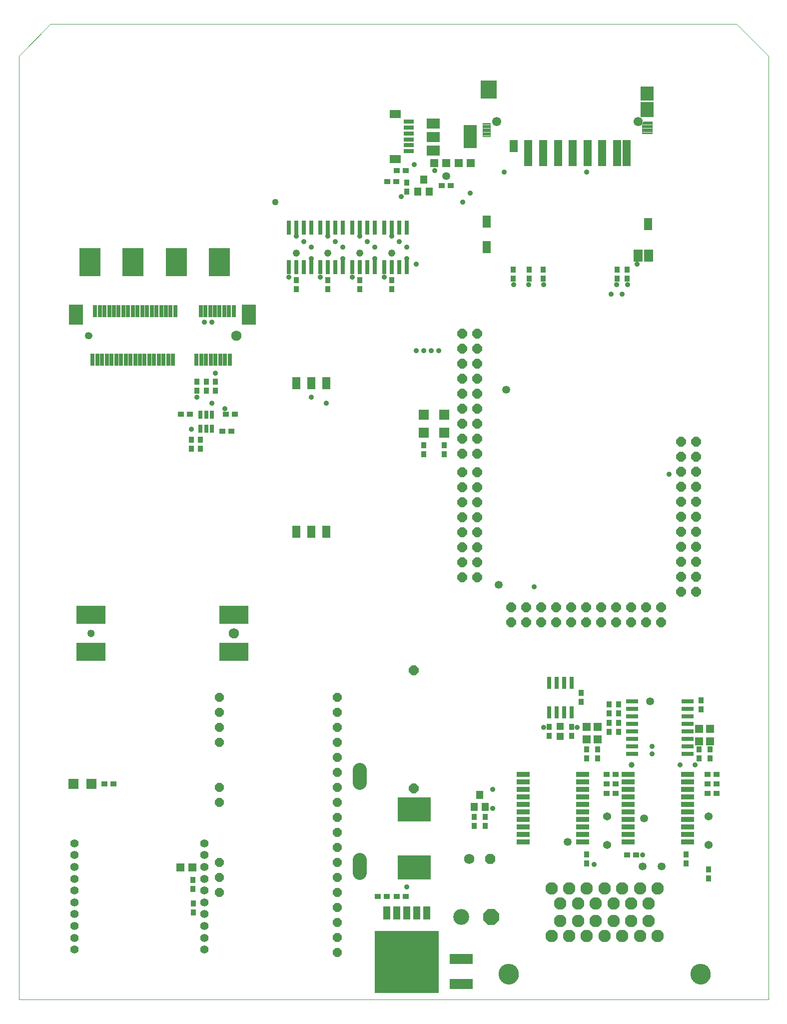
<source format=gts>
G75*
G70*
%OFA0B0*%
%FSLAX24Y24*%
%IPPOS*%
%LPD*%
%AMOC8*
5,1,8,0,0,1.08239X$1,22.5*
%
%ADD10C,0.0000*%
%ADD11C,0.0560*%
%ADD12R,0.0887X0.0926*%
%ADD13R,0.0887X0.1005*%
%ADD14R,0.1084X0.1202*%
%ADD15R,0.0572X0.0808*%
%ADD16R,0.0611X0.0828*%
%ADD17R,0.0532X0.1753*%
%ADD18R,0.0532X0.0847*%
%ADD19C,0.0611*%
%ADD20C,0.0040*%
%ADD21R,0.0375X0.0414*%
%ADD22OC8,0.0651*%
%ADD23R,0.0532X0.0572*%
%ADD24R,0.4312X0.4158*%
%ADD25R,0.0480X0.0910*%
%ADD26R,0.0414X0.0375*%
%ADD27R,0.2186X0.1635*%
%ADD28OC8,0.0690*%
%ADD29C,0.0690*%
%ADD30C,0.0945*%
%ADD31C,0.1060*%
%ADD32OC8,0.1060*%
%ADD33R,0.0966X0.1320*%
%ADD34R,0.0296X0.0847*%
%ADD35R,0.1950X0.1241*%
%ADD36C,0.0690*%
%ADD37C,0.0493*%
%ADD38R,0.0280X0.0580*%
%ADD39R,0.0454X0.0493*%
%ADD40R,0.0270X0.0840*%
%ADD41R,0.0840X0.0270*%
%ADD42C,0.0828*%
%ADD43C,0.1359*%
%ADD44R,0.0860X0.0320*%
%ADD45C,0.0540*%
%ADD46R,0.0532X0.0532*%
%ADD47R,0.0454X0.0560*%
%ADD48OC8,0.0591*%
%ADD49R,0.0651X0.0651*%
%ADD50R,0.1517X0.0651*%
%ADD51R,0.0300X0.0930*%
%ADD52R,0.0769X0.0532*%
%ADD53R,0.0670X0.0296*%
%ADD54R,0.0850X0.0650*%
%ADD55R,0.0850X0.1560*%
%ADD56R,0.1399X0.1910*%
%ADD57C,0.0350*%
%ADD58C,0.0532*%
%ADD59C,0.0476*%
%ADD60C,0.0397*%
%ADD61C,0.0436*%
D10*
X000100Y000160D02*
X050100Y000160D01*
X050100Y063035D01*
X047975Y065160D01*
X002225Y065160D01*
X000100Y063035D01*
X000100Y000160D01*
X004698Y024567D02*
X004700Y024596D01*
X004706Y024624D01*
X004715Y024652D01*
X004728Y024678D01*
X004745Y024701D01*
X004764Y024723D01*
X004786Y024742D01*
X004811Y024757D01*
X004837Y024770D01*
X004865Y024778D01*
X004893Y024783D01*
X004922Y024784D01*
X004951Y024781D01*
X004979Y024774D01*
X005006Y024764D01*
X005032Y024750D01*
X005055Y024733D01*
X005076Y024713D01*
X005094Y024690D01*
X005109Y024665D01*
X005120Y024638D01*
X005128Y024610D01*
X005132Y024581D01*
X005132Y024553D01*
X005128Y024524D01*
X005120Y024496D01*
X005109Y024469D01*
X005094Y024444D01*
X005076Y024421D01*
X005055Y024401D01*
X005032Y024384D01*
X005006Y024370D01*
X004979Y024360D01*
X004951Y024353D01*
X004922Y024350D01*
X004893Y024351D01*
X004865Y024356D01*
X004837Y024364D01*
X004811Y024377D01*
X004786Y024392D01*
X004764Y024411D01*
X004745Y024433D01*
X004728Y024456D01*
X004715Y024482D01*
X004706Y024510D01*
X004700Y024538D01*
X004698Y024567D01*
X014128Y024567D02*
X014130Y024602D01*
X014136Y024637D01*
X014146Y024671D01*
X014159Y024704D01*
X014176Y024735D01*
X014197Y024763D01*
X014220Y024790D01*
X014247Y024813D01*
X014275Y024834D01*
X014306Y024851D01*
X014339Y024864D01*
X014373Y024874D01*
X014408Y024880D01*
X014443Y024882D01*
X014478Y024880D01*
X014513Y024874D01*
X014547Y024864D01*
X014580Y024851D01*
X014611Y024834D01*
X014639Y024813D01*
X014666Y024790D01*
X014689Y024763D01*
X014710Y024735D01*
X014727Y024704D01*
X014740Y024671D01*
X014750Y024637D01*
X014756Y024602D01*
X014758Y024567D01*
X014756Y024532D01*
X014750Y024497D01*
X014740Y024463D01*
X014727Y024430D01*
X014710Y024399D01*
X014689Y024371D01*
X014666Y024344D01*
X014639Y024321D01*
X014611Y024300D01*
X014580Y024283D01*
X014547Y024270D01*
X014513Y024260D01*
X014478Y024254D01*
X014443Y024252D01*
X014408Y024254D01*
X014373Y024260D01*
X014339Y024270D01*
X014306Y024283D01*
X014275Y024300D01*
X014247Y024321D01*
X014220Y024344D01*
X014197Y024371D01*
X014176Y024399D01*
X014159Y024430D01*
X014146Y024463D01*
X014136Y024497D01*
X014130Y024532D01*
X014128Y024567D01*
X014285Y044410D02*
X014287Y044445D01*
X014293Y044480D01*
X014303Y044514D01*
X014316Y044547D01*
X014333Y044578D01*
X014354Y044606D01*
X014377Y044633D01*
X014404Y044656D01*
X014432Y044677D01*
X014463Y044694D01*
X014496Y044707D01*
X014530Y044717D01*
X014565Y044723D01*
X014600Y044725D01*
X014635Y044723D01*
X014670Y044717D01*
X014704Y044707D01*
X014737Y044694D01*
X014768Y044677D01*
X014796Y044656D01*
X014823Y044633D01*
X014846Y044606D01*
X014867Y044578D01*
X014884Y044547D01*
X014897Y044514D01*
X014907Y044480D01*
X014913Y044445D01*
X014915Y044410D01*
X014913Y044375D01*
X014907Y044340D01*
X014897Y044306D01*
X014884Y044273D01*
X014867Y044242D01*
X014846Y044214D01*
X014823Y044187D01*
X014796Y044164D01*
X014768Y044143D01*
X014737Y044126D01*
X014704Y044113D01*
X014670Y044103D01*
X014635Y044097D01*
X014600Y044095D01*
X014565Y044097D01*
X014530Y044103D01*
X014496Y044113D01*
X014463Y044126D01*
X014432Y044143D01*
X014404Y044164D01*
X014377Y044187D01*
X014354Y044214D01*
X014333Y044242D01*
X014316Y044273D01*
X014303Y044306D01*
X014293Y044340D01*
X014287Y044375D01*
X014285Y044410D01*
X004540Y044410D02*
X004542Y044439D01*
X004548Y044467D01*
X004557Y044495D01*
X004570Y044521D01*
X004587Y044544D01*
X004606Y044566D01*
X004628Y044585D01*
X004653Y044600D01*
X004679Y044613D01*
X004707Y044621D01*
X004735Y044626D01*
X004764Y044627D01*
X004793Y044624D01*
X004821Y044617D01*
X004848Y044607D01*
X004874Y044593D01*
X004897Y044576D01*
X004918Y044556D01*
X004936Y044533D01*
X004951Y044508D01*
X004962Y044481D01*
X004970Y044453D01*
X004974Y044424D01*
X004974Y044396D01*
X004970Y044367D01*
X004962Y044339D01*
X004951Y044312D01*
X004936Y044287D01*
X004918Y044264D01*
X004897Y044244D01*
X004874Y044227D01*
X004848Y044213D01*
X004821Y044203D01*
X004793Y044196D01*
X004764Y044193D01*
X004735Y044194D01*
X004707Y044199D01*
X004679Y044207D01*
X004653Y044220D01*
X004628Y044235D01*
X004606Y044254D01*
X004587Y044276D01*
X004570Y044299D01*
X004557Y044325D01*
X004548Y044353D01*
X004542Y044381D01*
X004540Y044410D01*
X031697Y058680D02*
X031699Y058713D01*
X031705Y058745D01*
X031714Y058776D01*
X031727Y058806D01*
X031744Y058834D01*
X031764Y058860D01*
X031787Y058884D01*
X031812Y058904D01*
X031840Y058922D01*
X031869Y058936D01*
X031900Y058946D01*
X031932Y058953D01*
X031965Y058956D01*
X031998Y058955D01*
X032030Y058950D01*
X032061Y058941D01*
X032092Y058929D01*
X032120Y058913D01*
X032147Y058894D01*
X032171Y058872D01*
X032192Y058847D01*
X032211Y058820D01*
X032226Y058791D01*
X032237Y058761D01*
X032245Y058729D01*
X032249Y058696D01*
X032249Y058664D01*
X032245Y058631D01*
X032237Y058599D01*
X032226Y058569D01*
X032211Y058540D01*
X032192Y058513D01*
X032171Y058488D01*
X032147Y058466D01*
X032120Y058447D01*
X032092Y058431D01*
X032061Y058419D01*
X032030Y058410D01*
X031998Y058405D01*
X031965Y058404D01*
X031932Y058407D01*
X031900Y058414D01*
X031869Y058424D01*
X031840Y058438D01*
X031812Y058456D01*
X031787Y058476D01*
X031764Y058500D01*
X031744Y058526D01*
X031727Y058554D01*
X031714Y058584D01*
X031705Y058615D01*
X031699Y058647D01*
X031697Y058680D01*
X041146Y058680D02*
X041148Y058713D01*
X041154Y058745D01*
X041163Y058776D01*
X041176Y058806D01*
X041193Y058834D01*
X041213Y058860D01*
X041236Y058884D01*
X041261Y058904D01*
X041289Y058922D01*
X041318Y058936D01*
X041349Y058946D01*
X041381Y058953D01*
X041414Y058956D01*
X041447Y058955D01*
X041479Y058950D01*
X041510Y058941D01*
X041541Y058929D01*
X041569Y058913D01*
X041596Y058894D01*
X041620Y058872D01*
X041641Y058847D01*
X041660Y058820D01*
X041675Y058791D01*
X041686Y058761D01*
X041694Y058729D01*
X041698Y058696D01*
X041698Y058664D01*
X041694Y058631D01*
X041686Y058599D01*
X041675Y058569D01*
X041660Y058540D01*
X041641Y058513D01*
X041620Y058488D01*
X041596Y058466D01*
X041569Y058447D01*
X041541Y058431D01*
X041510Y058419D01*
X041479Y058410D01*
X041447Y058405D01*
X041414Y058404D01*
X041381Y058407D01*
X041349Y058414D01*
X041318Y058424D01*
X041289Y058438D01*
X041261Y058456D01*
X041236Y058476D01*
X041213Y058500D01*
X041193Y058526D01*
X041176Y058554D01*
X041163Y058584D01*
X041154Y058615D01*
X041148Y058647D01*
X041146Y058680D01*
X044925Y001852D02*
X044927Y001902D01*
X044933Y001952D01*
X044943Y002002D01*
X044956Y002050D01*
X044973Y002098D01*
X044994Y002144D01*
X045018Y002188D01*
X045046Y002230D01*
X045077Y002270D01*
X045111Y002307D01*
X045148Y002342D01*
X045187Y002373D01*
X045228Y002402D01*
X045272Y002427D01*
X045318Y002449D01*
X045365Y002467D01*
X045413Y002481D01*
X045462Y002492D01*
X045512Y002499D01*
X045562Y002502D01*
X045613Y002501D01*
X045663Y002496D01*
X045713Y002487D01*
X045761Y002475D01*
X045809Y002458D01*
X045855Y002438D01*
X045900Y002415D01*
X045943Y002388D01*
X045983Y002358D01*
X046021Y002325D01*
X046056Y002289D01*
X046089Y002250D01*
X046118Y002209D01*
X046144Y002166D01*
X046167Y002121D01*
X046186Y002074D01*
X046201Y002026D01*
X046213Y001977D01*
X046221Y001927D01*
X046225Y001877D01*
X046225Y001827D01*
X046221Y001777D01*
X046213Y001727D01*
X046201Y001678D01*
X046186Y001630D01*
X046167Y001583D01*
X046144Y001538D01*
X046118Y001495D01*
X046089Y001454D01*
X046056Y001415D01*
X046021Y001379D01*
X045983Y001346D01*
X045943Y001316D01*
X045900Y001289D01*
X045855Y001266D01*
X045809Y001246D01*
X045761Y001229D01*
X045713Y001217D01*
X045663Y001208D01*
X045613Y001203D01*
X045562Y001202D01*
X045512Y001205D01*
X045462Y001212D01*
X045413Y001223D01*
X045365Y001237D01*
X045318Y001255D01*
X045272Y001277D01*
X045228Y001302D01*
X045187Y001331D01*
X045148Y001362D01*
X045111Y001397D01*
X045077Y001434D01*
X045046Y001474D01*
X045018Y001516D01*
X044994Y001560D01*
X044973Y001606D01*
X044956Y001654D01*
X044943Y001702D01*
X044933Y001752D01*
X044927Y001802D01*
X044925Y001852D01*
X032130Y001852D02*
X032132Y001902D01*
X032138Y001952D01*
X032148Y002002D01*
X032161Y002050D01*
X032178Y002098D01*
X032199Y002144D01*
X032223Y002188D01*
X032251Y002230D01*
X032282Y002270D01*
X032316Y002307D01*
X032353Y002342D01*
X032392Y002373D01*
X032433Y002402D01*
X032477Y002427D01*
X032523Y002449D01*
X032570Y002467D01*
X032618Y002481D01*
X032667Y002492D01*
X032717Y002499D01*
X032767Y002502D01*
X032818Y002501D01*
X032868Y002496D01*
X032918Y002487D01*
X032966Y002475D01*
X033014Y002458D01*
X033060Y002438D01*
X033105Y002415D01*
X033148Y002388D01*
X033188Y002358D01*
X033226Y002325D01*
X033261Y002289D01*
X033294Y002250D01*
X033323Y002209D01*
X033349Y002166D01*
X033372Y002121D01*
X033391Y002074D01*
X033406Y002026D01*
X033418Y001977D01*
X033426Y001927D01*
X033430Y001877D01*
X033430Y001827D01*
X033426Y001777D01*
X033418Y001727D01*
X033406Y001678D01*
X033391Y001630D01*
X033372Y001583D01*
X033349Y001538D01*
X033323Y001495D01*
X033294Y001454D01*
X033261Y001415D01*
X033226Y001379D01*
X033188Y001346D01*
X033148Y001316D01*
X033105Y001289D01*
X033060Y001266D01*
X033014Y001246D01*
X032966Y001229D01*
X032918Y001217D01*
X032868Y001208D01*
X032818Y001203D01*
X032767Y001202D01*
X032717Y001205D01*
X032667Y001212D01*
X032618Y001223D01*
X032570Y001237D01*
X032523Y001255D01*
X032477Y001277D01*
X032433Y001302D01*
X032392Y001331D01*
X032353Y001362D01*
X032316Y001397D01*
X032282Y001434D01*
X032251Y001474D01*
X032223Y001516D01*
X032199Y001560D01*
X032178Y001606D01*
X032161Y001654D01*
X032148Y001702D01*
X032138Y001752D01*
X032132Y001802D01*
X032130Y001852D01*
D11*
X012482Y003490D03*
X012482Y004277D03*
X012482Y005065D03*
X012482Y005852D03*
X012482Y006639D03*
X012482Y007427D03*
X012482Y008214D03*
X012482Y009002D03*
X012482Y009789D03*
X012482Y010576D03*
X003820Y010576D03*
X003820Y009789D03*
X003820Y009002D03*
X003820Y008214D03*
X003820Y007427D03*
X003820Y006639D03*
X003820Y005852D03*
X003820Y005065D03*
X003820Y004277D03*
X003820Y003490D03*
D12*
X042012Y060550D03*
D13*
X042012Y059467D03*
D14*
X031461Y060786D03*
D15*
X031303Y052007D03*
X031303Y050294D03*
X042091Y051830D03*
D16*
X042130Y049743D03*
X041422Y049743D03*
D17*
X040644Y056584D03*
X040004Y056584D03*
X039020Y056584D03*
X038036Y056584D03*
X037051Y056584D03*
X036067Y056584D03*
X035083Y056584D03*
X034099Y056584D03*
D18*
X033114Y057036D03*
X020600Y041250D03*
X019600Y041250D03*
X018600Y041250D03*
X018600Y031320D03*
X019600Y031320D03*
X020600Y031320D03*
D19*
X031973Y058680D03*
X041422Y058680D03*
D20*
X041701Y058526D02*
X042357Y058526D01*
X042357Y058488D02*
X041681Y058488D01*
X041668Y058464D02*
X041746Y058611D01*
X041746Y058680D01*
X042357Y058680D01*
X042357Y057853D01*
X041668Y057853D01*
X041668Y058464D01*
X041668Y058449D02*
X042357Y058449D01*
X042357Y058411D02*
X041668Y058411D01*
X041668Y058372D02*
X042357Y058372D01*
X042357Y058334D02*
X041668Y058334D01*
X041668Y058295D02*
X042357Y058295D01*
X042357Y058257D02*
X041668Y058257D01*
X041668Y058218D02*
X042357Y058218D01*
X042357Y058180D02*
X041668Y058180D01*
X041668Y058141D02*
X042357Y058141D01*
X042357Y058103D02*
X041668Y058103D01*
X041668Y058064D02*
X042357Y058064D01*
X042357Y058026D02*
X041668Y058026D01*
X041668Y057987D02*
X042357Y057987D01*
X042357Y057949D02*
X041668Y057949D01*
X041668Y057910D02*
X042357Y057910D01*
X042357Y057872D02*
X041668Y057872D01*
X041722Y058565D02*
X042357Y058565D01*
X042357Y058603D02*
X041742Y058603D01*
X041746Y058642D02*
X042357Y058642D01*
X031559Y058562D02*
X031559Y057656D01*
X031048Y057656D01*
X031048Y058562D01*
X031559Y058562D01*
X031559Y058526D02*
X031048Y058526D01*
X031048Y058488D02*
X031559Y058488D01*
X031559Y058449D02*
X031048Y058449D01*
X031048Y058411D02*
X031559Y058411D01*
X031559Y058372D02*
X031048Y058372D01*
X031048Y058334D02*
X031559Y058334D01*
X031559Y058295D02*
X031048Y058295D01*
X031048Y058257D02*
X031559Y058257D01*
X031559Y058218D02*
X031048Y058218D01*
X031048Y058180D02*
X031559Y058180D01*
X031559Y058141D02*
X031048Y058141D01*
X031048Y058103D02*
X031559Y058103D01*
X031559Y058064D02*
X031048Y058064D01*
X031048Y058026D02*
X031559Y058026D01*
X031559Y057987D02*
X031048Y057987D01*
X031048Y057949D02*
X031559Y057949D01*
X031559Y057910D02*
X031048Y057910D01*
X031048Y057872D02*
X031559Y057872D01*
X031559Y057833D02*
X031048Y057833D01*
X031048Y057795D02*
X031559Y057795D01*
X031559Y057756D02*
X031048Y057756D01*
X031048Y057718D02*
X031559Y057718D01*
X031559Y057679D02*
X031048Y057679D01*
D21*
X025975Y054585D03*
X025975Y053985D03*
X024975Y048085D03*
X024975Y047485D03*
X022850Y047485D03*
X022850Y048085D03*
X020725Y048085D03*
X020725Y047485D03*
X018600Y047485D03*
X018600Y048085D03*
X013225Y041335D03*
X013225Y040735D03*
X012600Y040735D03*
X012600Y041335D03*
X011975Y041335D03*
X011975Y040735D03*
X012225Y037460D03*
X012225Y036860D03*
X011600Y036860D03*
X011600Y037460D03*
X027100Y037085D03*
X027100Y036485D03*
X028475Y036485D03*
X028475Y037085D03*
X033099Y048209D03*
X033099Y048809D03*
X034155Y048809D03*
X034155Y048209D03*
X035086Y048209D03*
X035086Y048809D03*
X040017Y048809D03*
X040017Y048209D03*
X040698Y048209D03*
X040698Y048809D03*
X037600Y020585D03*
X037600Y019985D03*
X036975Y018335D03*
X036975Y017735D03*
X037975Y016835D03*
X037975Y016235D03*
X038725Y016235D03*
X038725Y016835D03*
X039475Y017985D03*
X039475Y018585D03*
X040100Y018585D03*
X040100Y017985D03*
X040100Y019235D03*
X040100Y019835D03*
X039475Y019835D03*
X039475Y019235D03*
X035475Y018335D03*
X035475Y017735D03*
X031225Y012335D03*
X031225Y011735D03*
X030475Y011735D03*
X030475Y012335D03*
X037975Y009835D03*
X037975Y009235D03*
X044600Y009235D03*
X044600Y009835D03*
X046100Y008835D03*
X046100Y008235D03*
X046225Y016235D03*
X046225Y016835D03*
X045475Y016835D03*
X045475Y016235D03*
X045600Y019485D03*
X045600Y020085D03*
X011723Y008130D03*
X011723Y007530D03*
X011737Y006566D03*
X011737Y005966D03*
D22*
X026450Y014219D03*
X026450Y022093D03*
X029677Y028291D03*
X029677Y029291D03*
X029677Y030291D03*
X029677Y031291D03*
X029677Y032291D03*
X029677Y033291D03*
X029677Y034291D03*
X029677Y035291D03*
X029679Y036547D03*
X029679Y037547D03*
X029679Y038547D03*
X029679Y039547D03*
X029679Y040547D03*
X029679Y041547D03*
X029679Y042547D03*
X029679Y043547D03*
X029679Y044547D03*
X030679Y044547D03*
X030679Y043547D03*
X030679Y042547D03*
X030679Y041547D03*
X030679Y040547D03*
X030679Y039547D03*
X030679Y038547D03*
X030679Y037547D03*
X030679Y036547D03*
X030677Y035291D03*
X030677Y034291D03*
X030677Y033291D03*
X030677Y032291D03*
X030677Y031291D03*
X030677Y030291D03*
X030677Y029291D03*
X030677Y028291D03*
X032954Y026297D03*
X033954Y026297D03*
X034954Y026297D03*
X035954Y026297D03*
X036954Y026297D03*
X037954Y026297D03*
X038954Y026297D03*
X039954Y026297D03*
X040954Y026297D03*
X041954Y026297D03*
X042954Y026297D03*
X042954Y025297D03*
X041954Y025297D03*
X040954Y025297D03*
X039954Y025297D03*
X038954Y025297D03*
X037954Y025297D03*
X036954Y025297D03*
X035954Y025297D03*
X034954Y025297D03*
X033954Y025297D03*
X032954Y025297D03*
X044292Y027334D03*
X045292Y027334D03*
X045292Y028334D03*
X045292Y029334D03*
X045292Y030334D03*
X045292Y031334D03*
X045292Y032334D03*
X045292Y033334D03*
X045292Y034334D03*
X045292Y035334D03*
X045292Y036334D03*
X045292Y037334D03*
X044292Y037334D03*
X044292Y036334D03*
X044292Y035334D03*
X044292Y034334D03*
X044292Y033334D03*
X044292Y032334D03*
X044292Y031334D03*
X044292Y030334D03*
X044292Y029334D03*
X044292Y028334D03*
D23*
X030250Y055910D03*
X029450Y055910D03*
X028625Y055910D03*
X027825Y055910D03*
X011687Y008979D03*
X010887Y008979D03*
D24*
X025975Y002660D03*
D25*
X025975Y005940D03*
X026645Y005940D03*
X027315Y005940D03*
X025305Y005940D03*
X024635Y005940D03*
D26*
X024650Y007035D03*
X024050Y007035D03*
X025300Y007035D03*
X025900Y007035D03*
X039300Y013910D03*
X039900Y013910D03*
X039900Y014535D03*
X039300Y014535D03*
X039300Y015160D03*
X039900Y015160D03*
X040675Y009785D03*
X041275Y009785D03*
X046050Y013910D03*
X046650Y013910D03*
X046650Y014535D03*
X046050Y014535D03*
X046050Y015160D03*
X046650Y015160D03*
X028900Y054410D03*
X028300Y054410D03*
X025900Y055410D03*
X025300Y055410D03*
X025275Y054660D03*
X024675Y054660D03*
X014525Y039160D03*
X013925Y039160D03*
X013675Y038035D03*
X014275Y038035D03*
X011525Y039160D03*
X010925Y039160D03*
X006400Y014535D03*
X005800Y014535D03*
D27*
X026475Y012839D03*
X026475Y008981D03*
D28*
X031550Y009535D03*
D29*
X030150Y009535D03*
D30*
X022850Y009478D02*
X022850Y008593D01*
X022850Y014593D02*
X022850Y015478D01*
D31*
X029600Y005660D03*
D32*
X031600Y005660D03*
D33*
X015466Y045788D03*
X003911Y045788D03*
D34*
X005191Y046024D03*
X005506Y046024D03*
X005820Y046024D03*
X006135Y046024D03*
X006450Y046024D03*
X006765Y046024D03*
X007080Y046024D03*
X007395Y046024D03*
X007710Y046024D03*
X008025Y046024D03*
X008340Y046024D03*
X008655Y046024D03*
X008970Y046024D03*
X009285Y046024D03*
X009600Y046024D03*
X009915Y046024D03*
X010230Y046024D03*
X010545Y046024D03*
X012238Y046024D03*
X012553Y046024D03*
X012868Y046024D03*
X013183Y046024D03*
X013498Y046024D03*
X013813Y046024D03*
X014128Y046024D03*
X014443Y046024D03*
X014167Y042796D03*
X013852Y042796D03*
X013537Y042796D03*
X013222Y042796D03*
X012907Y042796D03*
X012592Y042796D03*
X012277Y042796D03*
X011962Y042796D03*
X010387Y042796D03*
X010072Y042796D03*
X009757Y042796D03*
X009443Y042796D03*
X009128Y042796D03*
X008813Y042796D03*
X008498Y042796D03*
X008183Y042796D03*
X007868Y042796D03*
X007553Y042796D03*
X007238Y042796D03*
X006923Y042796D03*
X006608Y042796D03*
X006293Y042796D03*
X005978Y042796D03*
X005663Y042796D03*
X005348Y042796D03*
X005033Y042796D03*
D35*
X004915Y025808D03*
X004915Y023327D03*
X014443Y023327D03*
X014443Y025808D03*
D36*
X014443Y024567D03*
X014600Y044410D03*
D37*
X004757Y044410D03*
X004915Y024567D03*
D38*
X012230Y038200D03*
X012600Y038200D03*
X012970Y038200D03*
X012970Y039120D03*
X012600Y039120D03*
X012230Y039120D03*
D39*
X036225Y018370D03*
X036225Y017700D03*
D40*
X035975Y019315D03*
X035475Y019315D03*
X036475Y019315D03*
X036975Y019315D03*
X036975Y021255D03*
X036475Y021255D03*
X035975Y021255D03*
X035475Y021255D03*
D41*
X041000Y020035D03*
X041000Y019535D03*
X041000Y019035D03*
X041000Y018535D03*
X041000Y018035D03*
X041000Y017535D03*
X041000Y017035D03*
X041000Y016535D03*
X044700Y016535D03*
X044700Y017035D03*
X044700Y017535D03*
X044700Y018035D03*
X044700Y018535D03*
X044700Y019035D03*
X044700Y019535D03*
X044700Y020035D03*
D42*
X042721Y007557D03*
X042131Y006572D03*
X041540Y007557D03*
X040949Y006572D03*
X040359Y007557D03*
X039768Y006572D03*
X039178Y007557D03*
X038587Y006572D03*
X037997Y007557D03*
X037406Y006572D03*
X036816Y007557D03*
X036225Y006572D03*
X035634Y007557D03*
X036225Y005391D03*
X035634Y004407D03*
X036816Y004407D03*
X037406Y005391D03*
X037997Y004407D03*
X038587Y005391D03*
X039178Y004407D03*
X039768Y005391D03*
X040359Y004407D03*
X040949Y005391D03*
X041540Y004407D03*
X042131Y005391D03*
X042721Y004407D03*
D43*
X045575Y001852D03*
X032780Y001852D03*
D44*
X033745Y010660D03*
X033745Y011160D03*
X033745Y011660D03*
X033745Y012160D03*
X033745Y012660D03*
X033745Y013160D03*
X033745Y013660D03*
X033745Y014160D03*
X033745Y014660D03*
X033745Y015160D03*
X037705Y015160D03*
X037705Y014660D03*
X037705Y014160D03*
X037705Y013660D03*
X037705Y013160D03*
X037705Y012660D03*
X037705Y012160D03*
X037705Y011660D03*
X037705Y011160D03*
X037705Y010660D03*
X040745Y010660D03*
X040745Y011160D03*
X040745Y011660D03*
X040745Y012160D03*
X040745Y012660D03*
X040745Y013160D03*
X040745Y013660D03*
X040745Y014160D03*
X040745Y014660D03*
X040745Y015160D03*
X044705Y015160D03*
X044705Y014660D03*
X044705Y014160D03*
X044705Y013660D03*
X044705Y013160D03*
X044705Y012660D03*
X044705Y012160D03*
X044705Y011660D03*
X044705Y011160D03*
X044705Y010660D03*
D45*
X046100Y010460D03*
X046100Y012360D03*
X039350Y012360D03*
X039350Y010460D03*
D46*
X038725Y017497D03*
X037975Y017497D03*
X037975Y018323D03*
X038725Y018323D03*
X045475Y018198D03*
X046225Y018198D03*
X046225Y017372D03*
X045475Y017372D03*
D47*
X031224Y013016D03*
X030476Y013016D03*
X030850Y013804D03*
X027474Y054016D03*
X027100Y054804D03*
X026726Y054016D03*
D48*
X021350Y020285D03*
X021350Y019285D03*
X021350Y018285D03*
X021350Y017285D03*
X021350Y016285D03*
X021350Y015285D03*
X021350Y014285D03*
X021350Y013285D03*
X021350Y012285D03*
X021350Y011285D03*
X021350Y010285D03*
X021350Y009285D03*
X021350Y008285D03*
X021350Y007285D03*
X021350Y006285D03*
X021350Y005285D03*
X021350Y004285D03*
X021350Y003285D03*
X013475Y007285D03*
X013475Y008285D03*
X013475Y009285D03*
X013475Y013285D03*
X013475Y014285D03*
X013475Y017285D03*
X013475Y018285D03*
X013475Y019285D03*
X013475Y020285D03*
D49*
X004939Y014535D03*
X003761Y014535D03*
X027100Y037946D03*
X027100Y039124D03*
X028475Y039124D03*
X028475Y037946D03*
D50*
X029600Y002862D03*
X029600Y001208D03*
D51*
X025975Y048965D03*
X025475Y048965D03*
X024975Y048965D03*
X024475Y048965D03*
X023850Y048965D03*
X023350Y048965D03*
X022850Y048965D03*
X022350Y048965D03*
X021725Y048965D03*
X021225Y048965D03*
X020725Y048965D03*
X020225Y048965D03*
X019600Y048965D03*
X019100Y048965D03*
X018600Y048965D03*
X018100Y048965D03*
X018100Y051615D03*
X018600Y051615D03*
X019100Y051615D03*
X019600Y051615D03*
X020225Y051615D03*
X020725Y051615D03*
X021225Y051615D03*
X021725Y051615D03*
X022350Y051615D03*
X022850Y051615D03*
X023350Y051615D03*
X023850Y051615D03*
X024475Y051615D03*
X024975Y051615D03*
X025475Y051615D03*
X025975Y051615D03*
D52*
X025224Y056180D03*
X025224Y059172D03*
D53*
X026100Y058660D03*
X026100Y058266D03*
X026100Y057873D03*
X026100Y057479D03*
X026100Y057085D03*
X026100Y056691D03*
D54*
X027735Y056750D03*
X027735Y057650D03*
X027735Y058550D03*
D55*
X030215Y057660D03*
D56*
X013475Y049285D03*
X010600Y049285D03*
X007725Y049285D03*
X004850Y049285D03*
D57*
X011975Y040285D03*
X012975Y039910D03*
X013850Y039535D03*
X013225Y041910D03*
X012975Y045285D03*
X012475Y045285D03*
X018100Y048285D03*
X019600Y049535D03*
X019600Y050285D03*
X019100Y050660D03*
X018600Y051035D03*
X020725Y051035D03*
X021225Y050660D03*
X021725Y050285D03*
X021725Y049535D03*
X022350Y048285D03*
X023850Y049535D03*
X023850Y050285D03*
X023350Y050660D03*
X022850Y051035D03*
X024975Y051035D03*
X025475Y050660D03*
X025975Y050285D03*
X025975Y049535D03*
X026600Y049160D03*
X024475Y048285D03*
X026600Y043410D03*
X027100Y043410D03*
X027600Y043410D03*
X028100Y043410D03*
X033100Y047785D03*
X034100Y047785D03*
X035100Y047785D03*
X039600Y047160D03*
X039975Y047785D03*
X040350Y047160D03*
X040725Y047785D03*
X041350Y049160D03*
X037975Y055285D03*
X032475Y055285D03*
X030225Y053910D03*
X029725Y053285D03*
X027850Y055410D03*
X026475Y055785D03*
X025600Y053660D03*
X020225Y048285D03*
X019600Y040285D03*
X020600Y039910D03*
X011600Y038160D03*
X031725Y014160D03*
X031725Y012910D03*
X035100Y018285D03*
X037350Y018285D03*
X042350Y017035D03*
X042350Y016535D03*
X044225Y015785D03*
X045225Y015785D03*
X041725Y009785D03*
X038475Y009160D03*
X025975Y007660D03*
X034475Y027660D03*
X043475Y035160D03*
D58*
X032600Y040785D03*
X032100Y027785D03*
X042225Y020035D03*
X041810Y012229D03*
X041725Y009035D03*
X042975Y009035D03*
X036711Y010674D03*
X028600Y055035D03*
D59*
X024975Y049910D03*
X022850Y049910D03*
X020725Y049910D03*
X018600Y049910D03*
D60*
X040975Y015785D03*
D61*
X017225Y053285D03*
M02*

</source>
